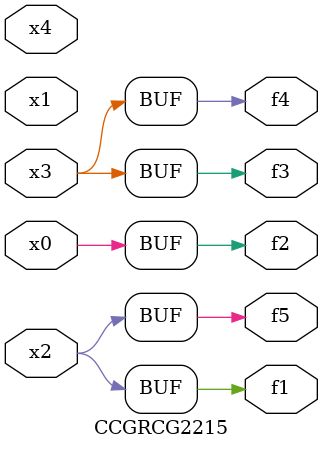
<source format=v>
module CCGRCG2215(
	input x0, x1, x2, x3, x4,
	output f1, f2, f3, f4, f5
);
	assign f1 = x2;
	assign f2 = x0;
	assign f3 = x3;
	assign f4 = x3;
	assign f5 = x2;
endmodule

</source>
